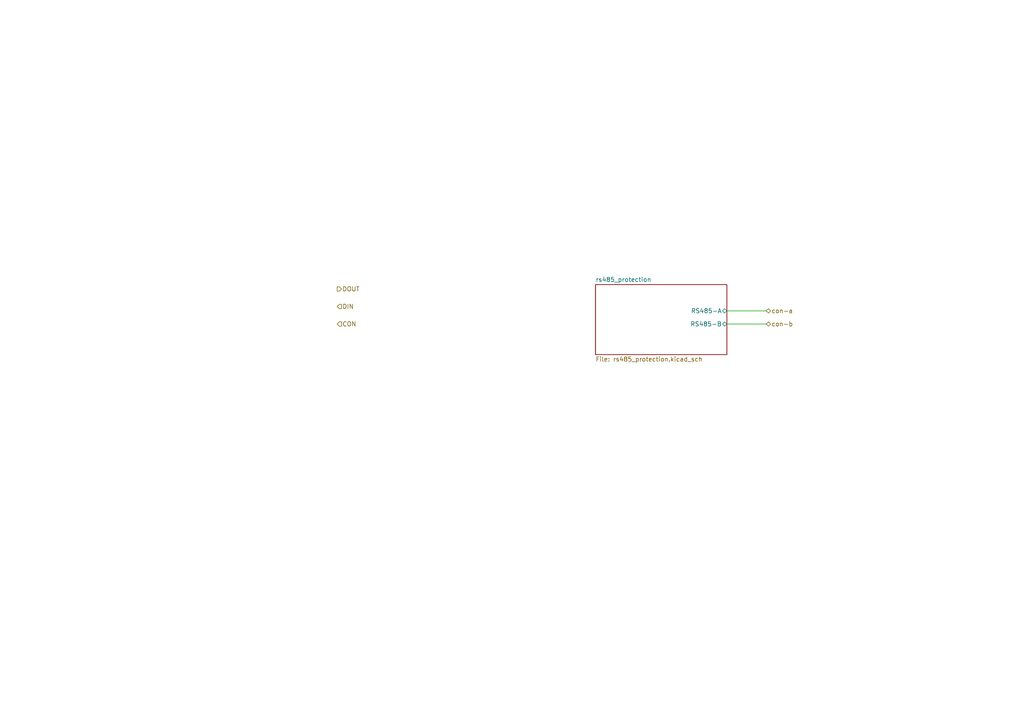
<source format=kicad_sch>
(kicad_sch
	(version 20250114)
	(generator "eeschema")
	(generator_version "9.0")
	(uuid "88c79f17-94e5-449f-ad8d-8463d031d1ca")
	(paper "A4")
	(lib_symbols)
	(wire
		(pts
			(xy 210.82 90.17) (xy 222.25 90.17)
		)
		(stroke
			(width 0)
			(type default)
		)
		(uuid "5b4b75a4-bde0-4774-b4e5-cbd280855ff7")
	)
	(wire
		(pts
			(xy 210.82 93.98) (xy 222.25 93.98)
		)
		(stroke
			(width 0)
			(type default)
		)
		(uuid "f9b3c25b-4cdb-4bf4-b63f-b38a1cb344c8")
	)
	(hierarchical_label "con-a"
		(shape bidirectional)
		(at 222.25 90.17 0)
		(effects
			(font
				(size 1.27 1.27)
			)
			(justify left)
		)
		(uuid "227a408f-4c45-4d01-9e36-a16d910b303e")
	)
	(hierarchical_label "DIN"
		(shape input)
		(at 97.79 88.9 0)
		(effects
			(font
				(size 1.27 1.27)
			)
			(justify left)
		)
		(uuid "2f432f0f-24a5-44f1-9178-1d3dffcd5ad3")
	)
	(hierarchical_label "DOUT"
		(shape output)
		(at 97.79 83.82 0)
		(effects
			(font
				(size 1.27 1.27)
			)
			(justify left)
		)
		(uuid "48e4e9aa-2e2e-4f0f-ad99-0715e4018cb6")
	)
	(hierarchical_label "con-b"
		(shape bidirectional)
		(at 222.25 93.98 0)
		(effects
			(font
				(size 1.27 1.27)
			)
			(justify left)
		)
		(uuid "c3aaa6ca-c464-4490-97e6-c0faeeed9f60")
	)
	(hierarchical_label "CON"
		(shape input)
		(at 97.79 93.98 0)
		(effects
			(font
				(size 1.27 1.27)
			)
			(justify left)
		)
		(uuid "f5cf053a-c22c-4b40-a81d-cd90770823db")
	)
	(sheet
		(at 172.72 82.55)
		(size 38.1 20.32)
		(exclude_from_sim no)
		(in_bom yes)
		(on_board yes)
		(dnp no)
		(fields_autoplaced yes)
		(stroke
			(width 0.1524)
			(type solid)
		)
		(fill
			(color 0 0 0 0.0000)
		)
		(uuid "8cd41394-2f63-4fab-828d-268eea6a424c")
		(property "Sheetname" "rs485_protection"
			(at 172.72 81.8384 0)
			(effects
				(font
					(size 1.27 1.27)
				)
				(justify left bottom)
			)
		)
		(property "Sheetfile" "rs485_protection.kicad_sch"
			(at 172.72 103.4546 0)
			(effects
				(font
					(size 1.27 1.27)
				)
				(justify left top)
			)
		)
		(pin "RS485-A" bidirectional
			(at 210.82 90.17 0)
			(uuid "6f9d7855-1d3b-4c2b-ab2d-77823bded702")
			(effects
				(font
					(size 1.27 1.27)
				)
				(justify right)
			)
		)
		(pin "RS485-B" bidirectional
			(at 210.82 93.98 0)
			(uuid "8fe66ada-030c-4ca9-997f-0b78d9b28950")
			(effects
				(font
					(size 1.27 1.27)
				)
				(justify right)
			)
		)
		(instances
			(project "12Board-PLC4UNI-G1W"
				(path "/6879a69d-f695-48f8-b9bf-6eca45a0aeb9/dec84266-09cb-480d-928b-b373c3576401/97147ee3-ae03-4b46-930a-a7427349894f"
					(page "5")
				)
			)
		)
	)
)

</source>
